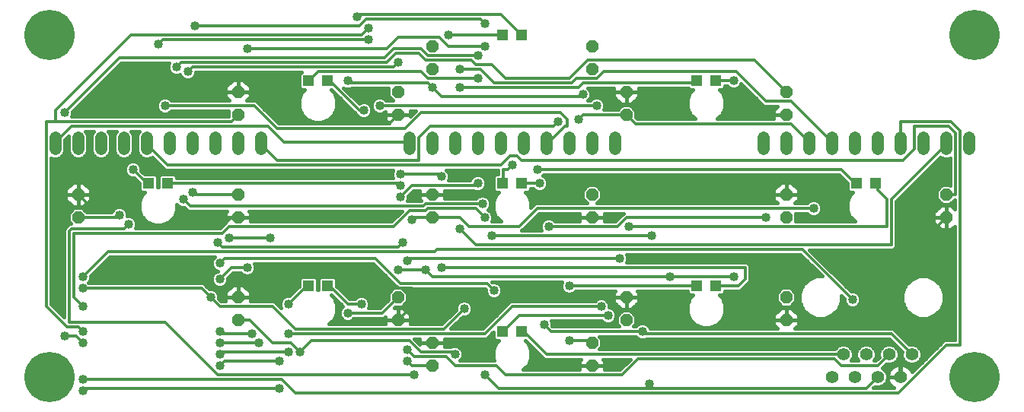
<source format=gbl>
G75*
%MOIN*%
%OFA0B0*%
%FSLAX24Y24*%
%IPPOS*%
%LPD*%
%AMOC8*
5,1,8,0,0,1.08239X$1,22.5*
%
%ADD10R,0.0472X0.0472*%
%ADD11C,0.0554*%
%ADD12OC8,0.0520*%
%ADD13C,0.0520*%
%ADD14C,0.0160*%
%ADD15C,0.0120*%
%ADD16C,0.0400*%
%ADD17C,0.2200*%
D10*
X012767Y005430D03*
X013593Y005430D03*
X021267Y003430D03*
X022093Y003430D03*
X029767Y005430D03*
X030593Y005430D03*
X036767Y009930D03*
X037593Y009930D03*
X030593Y014430D03*
X029767Y014430D03*
X022093Y016430D03*
X021267Y016430D03*
X013593Y014430D03*
X012767Y014430D03*
X006593Y009930D03*
X005767Y009930D03*
X021267Y009930D03*
X022093Y009930D03*
D11*
X036180Y002430D03*
X037180Y002430D03*
X038180Y002430D03*
X039180Y002430D03*
X038680Y001430D03*
X037680Y001430D03*
X036680Y001430D03*
X035680Y001430D03*
D12*
X033680Y003930D03*
X033680Y004930D03*
X026680Y004930D03*
X026680Y003930D03*
X025180Y002930D03*
X025180Y001930D03*
X018180Y001930D03*
X018180Y002930D03*
X016680Y003930D03*
X016680Y004930D03*
X009680Y004930D03*
X009680Y003930D03*
X009680Y008430D03*
X009680Y009430D03*
X002680Y009430D03*
X002680Y008430D03*
X009680Y012930D03*
X009680Y013930D03*
X016680Y013930D03*
X016680Y012930D03*
X018180Y014930D03*
X018180Y015930D03*
X025180Y015930D03*
X025180Y014930D03*
X026680Y013930D03*
X026680Y012930D03*
X033680Y012930D03*
X033680Y013930D03*
X033680Y009430D03*
X033680Y008430D03*
X040680Y008430D03*
X040680Y009430D03*
X025180Y009430D03*
X025180Y008430D03*
X018180Y008430D03*
X018180Y009430D03*
D13*
X018180Y011420D02*
X018180Y011940D01*
X017180Y011940D02*
X017180Y011420D01*
X019180Y011420D02*
X019180Y011940D01*
X020180Y011940D02*
X020180Y011420D01*
X021180Y011420D02*
X021180Y011940D01*
X022180Y011940D02*
X022180Y011420D01*
X023180Y011420D02*
X023180Y011940D01*
X024180Y011940D02*
X024180Y011420D01*
X025180Y011420D02*
X025180Y011940D01*
X026180Y011940D02*
X026180Y011420D01*
X032680Y011420D02*
X032680Y011940D01*
X033680Y011940D02*
X033680Y011420D01*
X034680Y011420D02*
X034680Y011940D01*
X035680Y011940D02*
X035680Y011420D01*
X036680Y011420D02*
X036680Y011940D01*
X037680Y011940D02*
X037680Y011420D01*
X038680Y011420D02*
X038680Y011940D01*
X039680Y011940D02*
X039680Y011420D01*
X040680Y011420D02*
X040680Y011940D01*
X041680Y011940D02*
X041680Y011420D01*
X010680Y011420D02*
X010680Y011940D01*
X009680Y011940D02*
X009680Y011420D01*
X008680Y011420D02*
X008680Y011940D01*
X007680Y011940D02*
X007680Y011420D01*
X006680Y011420D02*
X006680Y011940D01*
X005680Y011940D02*
X005680Y011420D01*
X004680Y011420D02*
X004680Y011940D01*
X003680Y011940D02*
X003680Y011420D01*
X002680Y011420D02*
X002680Y011940D01*
X001680Y011940D02*
X001680Y011420D01*
D14*
X001970Y011117D02*
X002390Y011117D01*
X002442Y011064D02*
X002324Y011182D01*
X002260Y011336D01*
X002260Y011999D01*
X002100Y011839D01*
X002100Y011336D01*
X002036Y011182D01*
X001918Y011064D01*
X001764Y011000D01*
X001596Y011000D01*
X001500Y011040D01*
X001500Y004621D01*
X002060Y004061D01*
X002060Y007921D01*
X002189Y008050D01*
X002289Y008150D01*
X002366Y008150D01*
X002260Y008256D01*
X002260Y008604D01*
X002506Y008850D01*
X002854Y008850D01*
X003054Y008650D01*
X004140Y008650D01*
X004175Y008734D01*
X004276Y008835D01*
X004408Y008890D01*
X004552Y008890D01*
X004684Y008835D01*
X004785Y008734D01*
X004840Y008602D01*
X004840Y008490D01*
X004952Y008490D01*
X005084Y008435D01*
X005185Y008334D01*
X005240Y008202D01*
X005240Y008058D01*
X005195Y007950D01*
X008889Y007950D01*
X009060Y008121D01*
X009143Y008204D01*
X009140Y008206D01*
X009140Y008430D01*
X009680Y008430D01*
X010220Y008430D01*
X010220Y008654D01*
X010164Y008710D01*
X016849Y008710D01*
X016389Y008250D01*
X010220Y008250D01*
X010220Y008430D01*
X009680Y008430D01*
X009680Y008430D01*
X009680Y008430D01*
X009140Y008430D01*
X009140Y008654D01*
X009196Y008710D01*
X007489Y008710D01*
X007360Y008839D01*
X007329Y008870D01*
X007208Y008870D01*
X007076Y008925D01*
X007011Y008990D01*
X007011Y008765D01*
X006885Y008459D01*
X006651Y008225D01*
X006345Y008099D01*
X006015Y008099D01*
X005709Y008225D01*
X005475Y008459D01*
X005349Y008765D01*
X005349Y009095D01*
X005475Y009401D01*
X005608Y009534D01*
X005464Y009534D01*
X005370Y009628D01*
X005370Y009928D01*
X005129Y010170D01*
X005008Y010170D01*
X004876Y010225D01*
X004775Y010326D01*
X004720Y010458D01*
X004720Y010602D01*
X004775Y010734D01*
X004876Y010835D01*
X005008Y010890D01*
X005152Y010890D01*
X005284Y010835D01*
X005385Y010734D01*
X005440Y010602D01*
X005440Y010481D01*
X005595Y010326D01*
X006069Y010326D01*
X006163Y010232D01*
X006163Y009761D01*
X006197Y009761D01*
X006197Y010232D01*
X006291Y010326D01*
X006896Y010326D01*
X006990Y010232D01*
X006990Y010150D01*
X016465Y010150D01*
X016420Y010258D01*
X016420Y010402D01*
X016465Y010510D01*
X006489Y010510D01*
X006360Y010639D01*
X005926Y011072D01*
X005918Y011064D01*
X005764Y011000D01*
X005596Y011000D01*
X005442Y011064D01*
X005324Y011182D01*
X005260Y011336D01*
X005260Y012024D01*
X005324Y012178D01*
X005356Y012210D01*
X005004Y012210D01*
X005036Y012178D01*
X005100Y012024D01*
X005100Y011336D01*
X005036Y011182D01*
X004918Y011064D01*
X004764Y011000D01*
X004596Y011000D01*
X004442Y011064D01*
X004324Y011182D01*
X004260Y011336D01*
X004260Y012024D01*
X004324Y012178D01*
X004356Y012210D01*
X004004Y012210D01*
X004036Y012178D01*
X004100Y012024D01*
X004100Y011336D01*
X004036Y011182D01*
X003918Y011064D01*
X003764Y011000D01*
X003596Y011000D01*
X003442Y011064D01*
X003324Y011182D01*
X003260Y011336D01*
X003260Y012024D01*
X003324Y012178D01*
X003356Y012210D01*
X003004Y012210D01*
X003036Y012178D01*
X003100Y012024D01*
X003100Y011336D01*
X003036Y011182D01*
X002918Y011064D01*
X002764Y011000D01*
X002596Y011000D01*
X002442Y011064D01*
X002970Y011117D02*
X003390Y011117D01*
X003285Y011275D02*
X003075Y011275D01*
X003100Y011434D02*
X003260Y011434D01*
X003260Y011592D02*
X003100Y011592D01*
X003100Y011751D02*
X003260Y011751D01*
X003260Y011909D02*
X003100Y011909D01*
X003082Y012068D02*
X003278Y012068D01*
X004082Y012068D02*
X004278Y012068D01*
X004260Y011909D02*
X004100Y011909D01*
X004100Y011751D02*
X004260Y011751D01*
X004260Y011592D02*
X004100Y011592D01*
X004100Y011434D02*
X004260Y011434D01*
X004285Y011275D02*
X004075Y011275D01*
X003970Y011117D02*
X004390Y011117D01*
X004970Y011117D02*
X005390Y011117D01*
X005285Y011275D02*
X005075Y011275D01*
X005100Y011434D02*
X005260Y011434D01*
X005260Y011592D02*
X005100Y011592D01*
X005100Y011751D02*
X005260Y011751D01*
X005260Y011909D02*
X005100Y011909D01*
X005082Y012068D02*
X005278Y012068D01*
X006276Y013025D02*
X006408Y012970D01*
X006552Y012970D01*
X006684Y013025D01*
X006769Y013110D01*
X009266Y013110D01*
X009260Y013104D01*
X009260Y012850D01*
X002395Y012850D01*
X002440Y012958D01*
X002440Y013079D01*
X004571Y015210D01*
X006665Y015210D01*
X006620Y015102D01*
X006620Y014958D01*
X006675Y014826D01*
X006776Y014725D01*
X006908Y014670D01*
X007052Y014670D01*
X007141Y014707D01*
X007175Y014626D01*
X007276Y014525D01*
X007408Y014470D01*
X007552Y014470D01*
X007684Y014525D01*
X007785Y014626D01*
X007840Y014758D01*
X007840Y014810D01*
X012448Y014810D01*
X012370Y014732D01*
X012370Y014128D01*
X010220Y014128D01*
X010220Y014154D02*
X009904Y014470D01*
X009680Y014470D01*
X009680Y013930D01*
X009680Y013930D01*
X010220Y013930D01*
X010220Y014154D01*
X010220Y013970D02*
X012544Y013970D01*
X012608Y014034D02*
X012464Y014034D01*
X012370Y014128D01*
X012370Y014287D02*
X010087Y014287D01*
X009929Y014445D02*
X012370Y014445D01*
X012370Y014604D02*
X007763Y014604D01*
X007840Y014762D02*
X012400Y014762D01*
X012608Y014034D02*
X012475Y013901D01*
X012349Y013595D01*
X012349Y013265D01*
X012475Y012959D01*
X012709Y012725D01*
X013015Y012599D01*
X013345Y012599D01*
X013651Y012725D01*
X013885Y012959D01*
X014011Y013265D01*
X014011Y013595D01*
X013885Y013901D01*
X013752Y014034D01*
X013765Y014034D01*
X014760Y013039D01*
X014889Y012910D01*
X014891Y012910D01*
X014976Y012825D01*
X015108Y012770D01*
X015252Y012770D01*
X015384Y012825D01*
X015485Y012926D01*
X015540Y013058D01*
X015540Y013202D01*
X015485Y013334D01*
X015384Y013435D01*
X015252Y013490D01*
X015108Y013490D01*
X014983Y013438D01*
X014311Y014110D01*
X014408Y014070D01*
X014552Y014070D01*
X014648Y014110D01*
X016266Y014110D01*
X016260Y014104D01*
X016260Y013756D01*
X016466Y013550D01*
X016169Y013550D01*
X016084Y013635D01*
X015952Y013690D01*
X015808Y013690D01*
X015676Y013635D01*
X015575Y013534D01*
X015520Y013402D01*
X015520Y013258D01*
X015575Y013126D01*
X015676Y013025D01*
X015808Y012970D01*
X015952Y012970D01*
X016084Y013025D01*
X016140Y013081D01*
X016140Y012930D01*
X016680Y012930D01*
X017220Y012930D01*
X017220Y013110D01*
X017449Y013110D01*
X017220Y012881D01*
X017220Y012930D01*
X016680Y012930D01*
X016680Y012930D01*
X016680Y012930D01*
X016140Y012930D01*
X016140Y012706D01*
X016296Y012550D01*
X011471Y012550D01*
X010471Y013550D01*
X010064Y013550D01*
X010220Y013706D01*
X010220Y013930D01*
X009680Y013930D01*
X009680Y013930D01*
X009680Y013930D01*
X009140Y013930D01*
X009140Y014154D01*
X009456Y014470D01*
X009680Y014470D01*
X009680Y013930D01*
X009140Y013930D01*
X009140Y013706D01*
X009296Y013550D01*
X006769Y013550D01*
X006684Y013635D01*
X006552Y013690D01*
X006408Y013690D01*
X006276Y013635D01*
X006175Y013534D01*
X006120Y013402D01*
X006120Y013258D01*
X006175Y013126D01*
X006276Y013025D01*
X006291Y013019D02*
X002440Y013019D01*
X002399Y012860D02*
X009260Y012860D01*
X009260Y013019D02*
X006669Y013019D01*
X006154Y013177D02*
X002538Y013177D01*
X002697Y013336D02*
X006120Y013336D01*
X006158Y013494D02*
X002855Y013494D01*
X003014Y013653D02*
X006318Y013653D01*
X006642Y013653D02*
X009194Y013653D01*
X009140Y013811D02*
X003172Y013811D01*
X003331Y013970D02*
X009140Y013970D01*
X009140Y014128D02*
X003489Y014128D01*
X003648Y014287D02*
X009273Y014287D01*
X009431Y014445D02*
X003806Y014445D01*
X003965Y014604D02*
X007197Y014604D01*
X006739Y014762D02*
X004123Y014762D01*
X004282Y014921D02*
X006636Y014921D01*
X006620Y015079D02*
X004440Y015079D01*
X009680Y014445D02*
X009680Y014445D01*
X009680Y014287D02*
X009680Y014287D01*
X009680Y014128D02*
X009680Y014128D01*
X009680Y013970D02*
X009680Y013970D01*
X010220Y013811D02*
X012438Y013811D01*
X012373Y013653D02*
X010166Y013653D01*
X010527Y013494D02*
X012349Y013494D01*
X012349Y013336D02*
X010686Y013336D01*
X010844Y013177D02*
X012385Y013177D01*
X012451Y013019D02*
X011003Y013019D01*
X011161Y012860D02*
X012575Y012860D01*
X012767Y012702D02*
X011320Y012702D01*
X013593Y012702D02*
X016145Y012702D01*
X016140Y012860D02*
X015419Y012860D01*
X015523Y013019D02*
X015691Y013019D01*
X015554Y013177D02*
X015540Y013177D01*
X015520Y013336D02*
X015484Y013336D01*
X015558Y013494D02*
X014927Y013494D01*
X014769Y013653D02*
X015718Y013653D01*
X016042Y013653D02*
X016364Y013653D01*
X016260Y013811D02*
X014610Y013811D01*
X014452Y013970D02*
X016260Y013970D01*
X014463Y013336D02*
X014011Y013336D01*
X014011Y013494D02*
X014305Y013494D01*
X014146Y013653D02*
X013987Y013653D01*
X013988Y013811D02*
X013922Y013811D01*
X013829Y013970D02*
X013816Y013970D01*
X013975Y013177D02*
X014622Y013177D01*
X014780Y013019D02*
X013909Y013019D01*
X013785Y012860D02*
X014941Y012860D01*
X016069Y013019D02*
X016140Y013019D01*
X017220Y013019D02*
X017357Y013019D01*
X016454Y010483D02*
X005440Y010483D01*
X005424Y010641D02*
X006358Y010641D01*
X006199Y010800D02*
X005320Y010800D01*
X004840Y010800D02*
X001500Y010800D01*
X001500Y010958D02*
X006041Y010958D01*
X004736Y010641D02*
X001500Y010641D01*
X001500Y010483D02*
X004720Y010483D01*
X004777Y010324D02*
X001500Y010324D01*
X001500Y010166D02*
X005133Y010166D01*
X005292Y010007D02*
X001500Y010007D01*
X001500Y009849D02*
X002335Y009849D01*
X002456Y009970D02*
X002140Y009654D01*
X002140Y009430D01*
X002680Y009430D01*
X003220Y009430D01*
X003220Y009654D01*
X002904Y009970D01*
X002680Y009970D01*
X002680Y009430D01*
X002680Y009430D01*
X002680Y009430D01*
X003220Y009430D01*
X003220Y009206D01*
X002904Y008890D01*
X002680Y008890D01*
X002680Y009430D01*
X002680Y009430D01*
X002680Y009430D01*
X002680Y009970D01*
X002456Y009970D01*
X002680Y009849D02*
X002680Y009849D01*
X002680Y009690D02*
X002680Y009690D01*
X002680Y009532D02*
X002680Y009532D01*
X002680Y009430D02*
X002140Y009430D01*
X002140Y009206D01*
X002456Y008890D01*
X002680Y008890D01*
X002680Y009430D01*
X002680Y009373D02*
X002680Y009373D01*
X002680Y009215D02*
X002680Y009215D01*
X002680Y009056D02*
X002680Y009056D01*
X002680Y008898D02*
X002680Y008898D01*
X002911Y008898D02*
X005349Y008898D01*
X005349Y009056D02*
X003070Y009056D01*
X003220Y009215D02*
X005398Y009215D01*
X005464Y009373D02*
X003220Y009373D01*
X003220Y009532D02*
X005606Y009532D01*
X005370Y009690D02*
X003184Y009690D01*
X003025Y009849D02*
X005370Y009849D01*
X006163Y009849D02*
X006197Y009849D01*
X006197Y010007D02*
X006163Y010007D01*
X006163Y010166D02*
X006197Y010166D01*
X006289Y010324D02*
X006071Y010324D01*
X006898Y010324D02*
X016420Y010324D01*
X016458Y010166D02*
X006990Y010166D01*
X007011Y008898D02*
X007142Y008898D01*
X007001Y008739D02*
X007460Y008739D01*
X006935Y008581D02*
X009140Y008581D01*
X009140Y008422D02*
X006847Y008422D01*
X006689Y008264D02*
X009140Y008264D01*
X009044Y008105D02*
X006360Y008105D01*
X006000Y008105D02*
X005240Y008105D01*
X005214Y008264D02*
X005671Y008264D01*
X005513Y008422D02*
X005097Y008422D01*
X004840Y008581D02*
X005425Y008581D01*
X005359Y008739D02*
X004780Y008739D01*
X004180Y008739D02*
X002965Y008739D01*
X002449Y008898D02*
X001500Y008898D01*
X001500Y009056D02*
X002290Y009056D01*
X002140Y009215D02*
X001500Y009215D01*
X001500Y009373D02*
X002140Y009373D01*
X002140Y009532D02*
X001500Y009532D01*
X001500Y009690D02*
X002176Y009690D01*
X002395Y008739D02*
X001500Y008739D01*
X001500Y008581D02*
X002260Y008581D01*
X002260Y008422D02*
X001500Y008422D01*
X001500Y008264D02*
X002260Y008264D01*
X002244Y008105D02*
X001500Y008105D01*
X001500Y007947D02*
X002085Y007947D01*
X002060Y007788D02*
X001500Y007788D01*
X001500Y007630D02*
X002060Y007630D01*
X002060Y007471D02*
X001500Y007471D01*
X001500Y007313D02*
X002060Y007313D01*
X002060Y007154D02*
X001500Y007154D01*
X001500Y006996D02*
X002060Y006996D01*
X002060Y006837D02*
X001500Y006837D01*
X001500Y006679D02*
X002060Y006679D01*
X002060Y006520D02*
X001500Y006520D01*
X001500Y006362D02*
X002060Y006362D01*
X002060Y006203D02*
X001500Y006203D01*
X001500Y006045D02*
X002060Y006045D01*
X002060Y005886D02*
X001500Y005886D01*
X001500Y005728D02*
X002060Y005728D01*
X002060Y005569D02*
X001500Y005569D01*
X001500Y005411D02*
X002060Y005411D01*
X002060Y005252D02*
X001500Y005252D01*
X001500Y005094D02*
X002060Y005094D01*
X002060Y004935D02*
X001500Y004935D01*
X001500Y004777D02*
X002060Y004777D01*
X002060Y004618D02*
X001503Y004618D01*
X001662Y004460D02*
X002060Y004460D01*
X002060Y004301D02*
X001820Y004301D01*
X001979Y004143D02*
X002060Y004143D01*
X003169Y005550D02*
X003139Y005580D01*
X003185Y005626D01*
X003240Y005758D01*
X003240Y005879D01*
X004071Y006710D01*
X008651Y006710D01*
X008575Y006634D01*
X008520Y006502D01*
X008520Y006358D01*
X008575Y006226D01*
X008676Y006125D01*
X008784Y006080D01*
X008676Y006035D01*
X008575Y005934D01*
X008520Y005802D01*
X008520Y005658D01*
X008575Y005526D01*
X008676Y005425D01*
X008808Y005370D01*
X008952Y005370D01*
X009084Y005425D01*
X009185Y005526D01*
X009240Y005658D01*
X009240Y005779D01*
X009471Y006010D01*
X009791Y006010D01*
X009876Y005925D01*
X010008Y005870D01*
X010152Y005870D01*
X010284Y005925D01*
X010385Y006026D01*
X010440Y006158D01*
X010440Y006302D01*
X010395Y006410D01*
X015589Y006410D01*
X016560Y005439D01*
X016649Y005350D01*
X016506Y005350D01*
X016260Y005104D01*
X016260Y004821D01*
X015889Y004450D01*
X015395Y004450D01*
X015440Y004558D01*
X015440Y004702D01*
X015385Y004834D01*
X015284Y004935D01*
X016260Y004935D01*
X016260Y005094D02*
X014328Y005094D01*
X014169Y005252D02*
X016408Y005252D01*
X016588Y005411D02*
X014011Y005411D01*
X013990Y005432D02*
X013990Y005732D01*
X013896Y005826D01*
X013291Y005826D01*
X013197Y005732D01*
X013197Y005261D01*
X013163Y005261D01*
X013163Y005732D01*
X013069Y005826D01*
X012464Y005826D01*
X012370Y005732D01*
X012370Y005432D01*
X011929Y004990D01*
X011808Y004990D01*
X011676Y004935D01*
X010220Y004935D01*
X010220Y004930D02*
X010220Y005154D01*
X009904Y005470D01*
X009680Y005470D01*
X009680Y004930D01*
X009680Y004930D01*
X010220Y004930D01*
X009680Y004930D01*
X009680Y004930D01*
X009680Y004930D01*
X009140Y004930D01*
X009140Y005154D01*
X009456Y005470D01*
X009680Y005470D01*
X009680Y004930D01*
X009140Y004930D01*
X009140Y004750D01*
X008971Y004750D01*
X008840Y004881D01*
X008840Y005002D01*
X008785Y005134D01*
X008684Y005235D01*
X008552Y005290D01*
X008431Y005290D01*
X008300Y005421D01*
X008171Y005550D01*
X003169Y005550D01*
X003150Y005569D02*
X008557Y005569D01*
X008520Y005728D02*
X003227Y005728D01*
X003247Y005886D02*
X008555Y005886D01*
X008699Y006045D02*
X003406Y006045D01*
X003564Y006203D02*
X008598Y006203D01*
X008520Y006362D02*
X003723Y006362D01*
X003881Y006520D02*
X008528Y006520D01*
X008619Y006679D02*
X004040Y006679D01*
X008311Y005411D02*
X008711Y005411D01*
X008643Y005252D02*
X009238Y005252D01*
X009140Y005094D02*
X008802Y005094D01*
X008840Y004935D02*
X009140Y004935D01*
X009140Y004777D02*
X008945Y004777D01*
X009680Y004935D02*
X009680Y004935D01*
X009680Y005094D02*
X009680Y005094D01*
X009680Y005252D02*
X009680Y005252D01*
X009680Y005411D02*
X009680Y005411D01*
X009963Y005411D02*
X012349Y005411D01*
X012370Y005569D02*
X009203Y005569D01*
X009240Y005728D02*
X012370Y005728D01*
X013163Y005728D02*
X013197Y005728D01*
X013197Y005569D02*
X013163Y005569D01*
X013163Y005411D02*
X013197Y005411D01*
X013752Y005034D02*
X013765Y005034D01*
X014260Y004539D01*
X014270Y004529D01*
X014175Y004434D01*
X014120Y004302D01*
X014120Y004158D01*
X014175Y004026D01*
X014276Y003925D01*
X014408Y003870D01*
X014552Y003870D01*
X014684Y003925D01*
X014769Y004010D01*
X016071Y004010D01*
X016140Y004079D01*
X016140Y003930D01*
X016680Y003930D01*
X016680Y003930D01*
X016680Y004470D01*
X016904Y004470D01*
X017220Y004154D01*
X017220Y003930D01*
X016680Y003930D01*
X016680Y003930D01*
X016680Y003930D01*
X016680Y004470D01*
X016531Y004470D01*
X016571Y004510D01*
X016854Y004510D01*
X017100Y004756D01*
X017100Y005104D01*
X016894Y005310D01*
X020489Y005310D01*
X020520Y005279D01*
X020520Y005158D01*
X020575Y005026D01*
X020676Y004925D01*
X020808Y004870D01*
X020952Y004870D01*
X021084Y004925D01*
X021185Y005026D01*
X021240Y005158D01*
X021240Y005302D01*
X021185Y005434D01*
X021084Y005535D01*
X020952Y005590D01*
X020831Y005590D01*
X020811Y005610D01*
X023865Y005610D01*
X023820Y005502D01*
X023820Y005358D01*
X023875Y005226D01*
X023976Y005125D01*
X024108Y005070D01*
X024252Y005070D01*
X024384Y005125D01*
X024469Y005210D01*
X026196Y005210D01*
X026140Y005154D01*
X026140Y004930D01*
X026680Y004930D01*
X027220Y004930D01*
X027220Y005154D01*
X027164Y005210D01*
X029370Y005210D01*
X029370Y005128D01*
X029464Y005034D01*
X029608Y005034D01*
X029475Y004901D01*
X029349Y004595D01*
X029349Y004265D01*
X029475Y003959D01*
X029709Y003725D01*
X030015Y003599D01*
X030345Y003599D01*
X030651Y003725D01*
X030885Y003959D01*
X031011Y004265D01*
X031011Y004595D01*
X030885Y004901D01*
X030752Y005034D01*
X030896Y005034D01*
X030990Y005128D01*
X030990Y005210D01*
X031671Y005210D01*
X031971Y005510D01*
X032100Y005639D01*
X032100Y006321D01*
X031971Y006450D01*
X026695Y006450D01*
X026740Y006558D01*
X026740Y006702D01*
X026695Y006810D01*
X034289Y006810D01*
X035249Y005850D01*
X034997Y005850D01*
X034659Y005710D01*
X034400Y005451D01*
X034260Y005113D01*
X034260Y004747D01*
X034400Y004409D01*
X034659Y004150D01*
X034997Y004010D01*
X035363Y004010D01*
X035701Y004150D01*
X035960Y004409D01*
X036100Y004747D01*
X036100Y004999D01*
X036220Y004879D01*
X036220Y004758D01*
X036275Y004626D01*
X036376Y004525D01*
X036508Y004470D01*
X036652Y004470D01*
X036784Y004525D01*
X036885Y004626D01*
X036940Y004758D01*
X036940Y004902D01*
X036885Y005034D01*
X036784Y005135D01*
X036652Y005190D01*
X036531Y005190D01*
X034711Y007010D01*
X038371Y007010D01*
X038500Y007139D01*
X038500Y009139D01*
X040434Y011072D01*
X040442Y011064D01*
X040596Y011000D01*
X040764Y011000D01*
X040860Y011040D01*
X040860Y009844D01*
X040854Y009850D01*
X040506Y009850D01*
X040260Y009604D01*
X040260Y009256D01*
X040506Y009010D01*
X040854Y009010D01*
X041054Y009210D01*
X041060Y009210D01*
X041060Y008814D01*
X040904Y008970D01*
X040680Y008970D01*
X040680Y008430D01*
X040680Y008430D01*
X040680Y007890D01*
X040904Y007890D01*
X041060Y008046D01*
X041060Y003050D01*
X040589Y003050D01*
X039192Y001653D01*
X039157Y001722D01*
X039105Y001793D01*
X039043Y001855D01*
X038972Y001907D01*
X038894Y001946D01*
X038810Y001973D01*
X038724Y001987D01*
X038689Y001987D01*
X038689Y001439D01*
X038671Y001439D01*
X038671Y001987D01*
X038636Y001987D01*
X038550Y001973D01*
X038466Y001946D01*
X038388Y001907D01*
X038317Y001855D01*
X038255Y001793D01*
X038203Y001722D01*
X038164Y001644D01*
X038137Y001560D01*
X038123Y001474D01*
X038123Y001439D01*
X038671Y001439D01*
X038671Y001421D01*
X038123Y001421D01*
X038123Y001386D01*
X038137Y001300D01*
X038164Y001216D01*
X038203Y001138D01*
X038255Y001067D01*
X038317Y001005D01*
X038388Y000953D01*
X038395Y000950D01*
X037511Y000950D01*
X037565Y001004D01*
X037593Y000993D01*
X037767Y000993D01*
X037928Y001059D01*
X038051Y001182D01*
X038117Y001343D01*
X038117Y001517D01*
X038051Y001678D01*
X037928Y001801D01*
X037881Y001820D01*
X038065Y002004D01*
X038093Y001993D01*
X038267Y001993D01*
X038428Y002059D01*
X038551Y002182D01*
X038617Y002343D01*
X038617Y002517D01*
X038551Y002678D01*
X038428Y002801D01*
X038267Y002867D01*
X038093Y002867D01*
X037932Y002801D01*
X037809Y002678D01*
X037743Y002517D01*
X037743Y002343D01*
X037754Y002315D01*
X037589Y002150D01*
X037518Y002150D01*
X037551Y002182D01*
X037617Y002343D01*
X037617Y002517D01*
X037551Y002678D01*
X037428Y002801D01*
X037267Y002867D01*
X037093Y002867D01*
X036932Y002801D01*
X036809Y002678D01*
X036743Y002517D01*
X036743Y002343D01*
X036809Y002182D01*
X036842Y002150D01*
X036518Y002150D01*
X036551Y002182D01*
X036617Y002343D01*
X036617Y002517D01*
X036551Y002678D01*
X036428Y002801D01*
X036267Y002867D01*
X036093Y002867D01*
X035932Y002801D01*
X035809Y002678D01*
X035798Y002650D01*
X025494Y002650D01*
X025600Y002756D01*
X025600Y003104D01*
X025494Y003210D01*
X027091Y003210D01*
X027176Y003125D01*
X027308Y003070D01*
X027452Y003070D01*
X027548Y003110D01*
X038189Y003110D01*
X038754Y002545D01*
X038743Y002517D01*
X038743Y002343D01*
X038809Y002182D01*
X038932Y002059D01*
X039093Y001993D01*
X039267Y001993D01*
X039428Y002059D01*
X039551Y002182D01*
X039617Y002343D01*
X039617Y002517D01*
X039551Y002678D01*
X039428Y002801D01*
X039267Y002867D01*
X039093Y002867D01*
X039065Y002856D01*
X038500Y003421D01*
X038371Y003550D01*
X034064Y003550D01*
X034220Y003706D01*
X034220Y003930D01*
X034220Y004154D01*
X033904Y004470D01*
X033680Y004470D01*
X033680Y003930D01*
X033680Y003930D01*
X034220Y003930D01*
X033680Y003930D01*
X033680Y003930D01*
X033680Y003930D01*
X033140Y003930D01*
X033140Y004154D01*
X033456Y004470D01*
X033680Y004470D01*
X033680Y003930D01*
X033140Y003930D01*
X033140Y003706D01*
X033296Y003550D01*
X027720Y003550D01*
X027685Y003634D01*
X027584Y003735D01*
X027452Y003790D01*
X027308Y003790D01*
X027176Y003735D01*
X027091Y003650D01*
X026994Y003650D01*
X027100Y003756D01*
X027100Y004104D01*
X026854Y004350D01*
X026506Y004350D01*
X026260Y004104D01*
X026260Y003756D01*
X026366Y003650D01*
X023471Y003650D01*
X023440Y003681D01*
X023440Y003802D01*
X023395Y003910D01*
X025591Y003910D01*
X025676Y003825D01*
X025808Y003770D01*
X025952Y003770D01*
X026084Y003825D01*
X026185Y003926D01*
X026240Y004058D01*
X026240Y004202D01*
X026185Y004334D01*
X026084Y004435D01*
X025952Y004490D01*
X025940Y004490D01*
X025940Y004602D01*
X025885Y004734D01*
X025784Y004835D01*
X025652Y004890D01*
X025508Y004890D01*
X025376Y004835D01*
X025291Y004750D01*
X021589Y004750D01*
X021460Y004621D01*
X020389Y003550D01*
X019011Y003550D01*
X019531Y004070D01*
X019652Y004070D01*
X019784Y004125D01*
X019885Y004226D01*
X019940Y004358D01*
X019940Y004502D01*
X019885Y004634D01*
X019784Y004735D01*
X019652Y004790D01*
X019508Y004790D01*
X019376Y004735D01*
X019275Y004634D01*
X019220Y004502D01*
X019220Y004381D01*
X018589Y003750D01*
X017220Y003750D01*
X017220Y003930D01*
X016680Y003930D01*
X016140Y003930D01*
X016140Y003750D01*
X013675Y003750D01*
X013885Y003959D01*
X014011Y004265D01*
X014011Y004595D01*
X013885Y004901D01*
X013752Y005034D01*
X013850Y004935D02*
X013864Y004935D01*
X013936Y004777D02*
X014022Y004777D01*
X014002Y004618D02*
X014181Y004618D01*
X014200Y004460D02*
X014011Y004460D01*
X014011Y004301D02*
X014120Y004301D01*
X014127Y004143D02*
X013961Y004143D01*
X013895Y003984D02*
X014217Y003984D01*
X013751Y003826D02*
X016140Y003826D01*
X016140Y003984D02*
X014743Y003984D01*
X015399Y004460D02*
X015898Y004460D01*
X016057Y004618D02*
X015440Y004618D01*
X015409Y004777D02*
X016215Y004777D01*
X016680Y004460D02*
X016680Y004460D01*
X016680Y004301D02*
X016680Y004301D01*
X016680Y004143D02*
X016680Y004143D01*
X016680Y003984D02*
X016680Y003984D01*
X017220Y003984D02*
X018823Y003984D01*
X018981Y004143D02*
X017220Y004143D01*
X017073Y004301D02*
X019140Y004301D01*
X019220Y004460D02*
X016914Y004460D01*
X016962Y004618D02*
X019268Y004618D01*
X019476Y004777D02*
X017100Y004777D01*
X017100Y004935D02*
X020666Y004935D01*
X020547Y005094D02*
X017100Y005094D01*
X016952Y005252D02*
X020520Y005252D01*
X021195Y005411D02*
X023820Y005411D01*
X023848Y005569D02*
X021002Y005569D01*
X021240Y005252D02*
X023864Y005252D01*
X024052Y005094D02*
X021213Y005094D01*
X021094Y004935D02*
X026140Y004935D01*
X026140Y004930D02*
X026140Y004706D01*
X026456Y004390D01*
X026680Y004390D01*
X026904Y004390D01*
X027220Y004706D01*
X027220Y004930D01*
X026680Y004930D01*
X026680Y004930D01*
X026680Y004390D01*
X026680Y004930D01*
X026680Y004930D01*
X026680Y004930D01*
X026140Y004930D01*
X026140Y004777D02*
X025843Y004777D01*
X025933Y004618D02*
X026228Y004618D01*
X026387Y004460D02*
X026025Y004460D01*
X026199Y004301D02*
X026457Y004301D01*
X026299Y004143D02*
X026240Y004143D01*
X026260Y003984D02*
X026209Y003984D01*
X026260Y003826D02*
X026085Y003826D01*
X026349Y003667D02*
X023454Y003667D01*
X023430Y003826D02*
X025675Y003826D01*
X026680Y004460D02*
X026680Y004460D01*
X026680Y004618D02*
X026680Y004618D01*
X026680Y004777D02*
X026680Y004777D01*
X027132Y004618D02*
X029358Y004618D01*
X029349Y004460D02*
X026973Y004460D01*
X026903Y004301D02*
X029349Y004301D01*
X029399Y004143D02*
X027061Y004143D01*
X027100Y003984D02*
X029465Y003984D01*
X029609Y003826D02*
X027100Y003826D01*
X027108Y003667D02*
X027011Y003667D01*
X027652Y003667D02*
X029850Y003667D01*
X030510Y003667D02*
X033179Y003667D01*
X033140Y003826D02*
X030751Y003826D01*
X030895Y003984D02*
X033140Y003984D01*
X033140Y004143D02*
X030961Y004143D01*
X031011Y004301D02*
X033287Y004301D01*
X033446Y004460D02*
X031011Y004460D01*
X031002Y004618D02*
X033398Y004618D01*
X033506Y004510D02*
X033854Y004510D01*
X034100Y004756D01*
X034100Y005104D01*
X033854Y005350D01*
X033506Y005350D01*
X033260Y005104D01*
X033260Y004756D01*
X033506Y004510D01*
X033680Y004460D02*
X033680Y004460D01*
X033680Y004301D02*
X033680Y004301D01*
X033680Y004143D02*
X033680Y004143D01*
X033680Y003984D02*
X033680Y003984D01*
X034220Y003984D02*
X041060Y003984D01*
X041060Y003826D02*
X034220Y003826D01*
X034181Y003667D02*
X041060Y003667D01*
X041060Y003509D02*
X038413Y003509D01*
X038571Y003350D02*
X041060Y003350D01*
X041060Y003192D02*
X038730Y003192D01*
X038888Y003033D02*
X040572Y003033D01*
X040413Y002875D02*
X039047Y002875D01*
X039512Y002716D02*
X040255Y002716D01*
X040096Y002558D02*
X039600Y002558D01*
X039617Y002399D02*
X039938Y002399D01*
X039779Y002241D02*
X039575Y002241D01*
X039621Y002082D02*
X039450Y002082D01*
X039462Y001924D02*
X038939Y001924D01*
X038910Y002082D02*
X038450Y002082D01*
X038421Y001924D02*
X037985Y001924D01*
X037963Y001765D02*
X038235Y001765D01*
X038152Y001607D02*
X038080Y001607D01*
X038117Y001448D02*
X038123Y001448D01*
X038140Y001290D02*
X038095Y001290D01*
X037999Y001131D02*
X038209Y001131D01*
X038362Y000973D02*
X037534Y000973D01*
X038671Y001448D02*
X038689Y001448D01*
X038689Y001607D02*
X038671Y001607D01*
X038671Y001765D02*
X038689Y001765D01*
X038689Y001924D02*
X038671Y001924D01*
X039125Y001765D02*
X039304Y001765D01*
X038785Y002241D02*
X038575Y002241D01*
X038617Y002399D02*
X038743Y002399D01*
X038741Y002558D02*
X038600Y002558D01*
X038583Y002716D02*
X038512Y002716D01*
X038424Y002875D02*
X025600Y002875D01*
X025600Y003033D02*
X038266Y003033D01*
X037848Y002716D02*
X037512Y002716D01*
X037600Y002558D02*
X037760Y002558D01*
X037743Y002399D02*
X037617Y002399D01*
X037575Y002241D02*
X037679Y002241D01*
X036785Y002241D02*
X036575Y002241D01*
X036617Y002399D02*
X036743Y002399D01*
X036760Y002558D02*
X036600Y002558D01*
X036512Y002716D02*
X036848Y002716D01*
X035848Y002716D02*
X025560Y002716D01*
X025512Y003192D02*
X027109Y003192D01*
X026849Y002210D02*
X025664Y002210D01*
X025720Y002154D01*
X025720Y001930D01*
X025180Y001930D01*
X025180Y001930D01*
X025720Y001930D01*
X025720Y001750D01*
X026389Y001750D01*
X026849Y002210D01*
X026721Y002082D02*
X025720Y002082D01*
X025720Y001924D02*
X026562Y001924D01*
X026404Y001765D02*
X025720Y001765D01*
X025180Y001930D02*
X024640Y001930D01*
X025180Y001930D01*
X025180Y001930D01*
X024640Y001930D02*
X024640Y002154D01*
X024696Y002210D01*
X023089Y002210D01*
X022960Y002339D01*
X022265Y003034D01*
X022252Y003034D01*
X022385Y002901D01*
X022511Y002595D01*
X022511Y002265D01*
X022385Y001959D01*
X022175Y001750D01*
X024640Y001750D01*
X024640Y001930D01*
X024640Y001924D02*
X022349Y001924D01*
X022436Y002082D02*
X024640Y002082D01*
X024640Y001765D02*
X022190Y001765D01*
X022501Y002241D02*
X023058Y002241D01*
X022900Y002399D02*
X022511Y002399D01*
X022511Y002558D02*
X022741Y002558D01*
X022583Y002716D02*
X022461Y002716D01*
X022424Y002875D02*
X022396Y002875D01*
X022266Y003033D02*
X022252Y003033D01*
X021108Y003034D02*
X020975Y002901D01*
X020849Y002595D01*
X020849Y002265D01*
X020896Y002150D01*
X019409Y002150D01*
X019485Y002226D01*
X019540Y002358D01*
X019540Y002502D01*
X019485Y002634D01*
X019384Y002735D01*
X019252Y002790D01*
X019108Y002790D01*
X019012Y002750D01*
X018720Y002750D01*
X018720Y002930D01*
X018720Y003110D01*
X020571Y003110D01*
X020870Y003409D01*
X020870Y003128D01*
X020964Y003034D01*
X021108Y003034D01*
X021108Y003033D02*
X018720Y003033D01*
X018720Y002930D02*
X018180Y002930D01*
X018180Y002930D01*
X018720Y002930D01*
X018720Y002875D02*
X020964Y002875D01*
X020899Y002716D02*
X019403Y002716D01*
X019517Y002558D02*
X020849Y002558D01*
X020849Y002399D02*
X019540Y002399D01*
X019491Y002241D02*
X020859Y002241D01*
X020870Y003192D02*
X020653Y003192D01*
X020811Y003350D02*
X020870Y003350D01*
X020506Y003667D02*
X019128Y003667D01*
X019287Y003826D02*
X020664Y003826D01*
X020823Y003984D02*
X019445Y003984D01*
X019802Y004143D02*
X020981Y004143D01*
X021140Y004301D02*
X019916Y004301D01*
X019940Y004460D02*
X021298Y004460D01*
X021457Y004618D02*
X019892Y004618D01*
X019684Y004777D02*
X025317Y004777D01*
X026140Y005094D02*
X024308Y005094D01*
X027220Y005094D02*
X029404Y005094D01*
X029510Y004935D02*
X027220Y004935D01*
X027220Y004777D02*
X029424Y004777D01*
X030850Y004935D02*
X033260Y004935D01*
X033260Y004777D02*
X030936Y004777D01*
X030956Y005094D02*
X033260Y005094D01*
X033408Y005252D02*
X031713Y005252D01*
X031872Y005411D02*
X034383Y005411D01*
X034318Y005252D02*
X033952Y005252D01*
X034100Y005094D02*
X034260Y005094D01*
X034260Y004935D02*
X034100Y004935D01*
X034100Y004777D02*
X034260Y004777D01*
X034313Y004618D02*
X033962Y004618D01*
X033914Y004460D02*
X034379Y004460D01*
X034508Y004301D02*
X034073Y004301D01*
X034220Y004143D02*
X034677Y004143D01*
X035683Y004143D02*
X039177Y004143D01*
X039159Y004150D02*
X039497Y004010D01*
X039863Y004010D01*
X040201Y004150D01*
X040460Y004409D01*
X040600Y004747D01*
X040600Y005113D01*
X040460Y005451D01*
X040201Y005710D01*
X039863Y005850D01*
X039497Y005850D01*
X039159Y005710D01*
X038900Y005451D01*
X038760Y005113D01*
X038760Y004747D01*
X038900Y004409D01*
X039159Y004150D01*
X039008Y004301D02*
X035852Y004301D01*
X035981Y004460D02*
X038879Y004460D01*
X038813Y004618D02*
X036877Y004618D01*
X036940Y004777D02*
X038760Y004777D01*
X038760Y004935D02*
X036926Y004935D01*
X036826Y005094D02*
X038760Y005094D01*
X038818Y005252D02*
X036469Y005252D01*
X036311Y005411D02*
X038883Y005411D01*
X039018Y005569D02*
X036152Y005569D01*
X035994Y005728D02*
X039201Y005728D01*
X040159Y005728D02*
X041060Y005728D01*
X041060Y005886D02*
X035835Y005886D01*
X035677Y006045D02*
X041060Y006045D01*
X041060Y006203D02*
X035518Y006203D01*
X035360Y006362D02*
X041060Y006362D01*
X041060Y006520D02*
X035201Y006520D01*
X035043Y006679D02*
X041060Y006679D01*
X041060Y006837D02*
X034884Y006837D01*
X034726Y006996D02*
X041060Y006996D01*
X041060Y007154D02*
X038500Y007154D01*
X038500Y007313D02*
X041060Y007313D01*
X041060Y007471D02*
X038500Y007471D01*
X038500Y007630D02*
X041060Y007630D01*
X041060Y007788D02*
X038500Y007788D01*
X038500Y007947D02*
X040400Y007947D01*
X040456Y007890D02*
X040680Y007890D01*
X040680Y008430D01*
X040680Y008430D01*
X040680Y008430D01*
X040140Y008430D01*
X040140Y008654D01*
X040456Y008970D01*
X040680Y008970D01*
X040680Y008430D01*
X040140Y008430D01*
X040140Y008206D01*
X040456Y007890D01*
X040680Y007947D02*
X040680Y007947D01*
X040680Y008105D02*
X040680Y008105D01*
X040680Y008264D02*
X040680Y008264D01*
X040680Y008422D02*
X040680Y008422D01*
X040680Y008581D02*
X040680Y008581D01*
X040680Y008739D02*
X040680Y008739D01*
X040680Y008898D02*
X040680Y008898D01*
X040900Y009056D02*
X041060Y009056D01*
X041060Y008898D02*
X040976Y008898D01*
X040460Y009056D02*
X038500Y009056D01*
X038500Y008898D02*
X040384Y008898D01*
X040225Y008739D02*
X038500Y008739D01*
X038500Y008581D02*
X040140Y008581D01*
X040140Y008422D02*
X038500Y008422D01*
X038500Y008264D02*
X040140Y008264D01*
X040241Y008105D02*
X038500Y008105D01*
X036685Y008250D02*
X034094Y008250D01*
X034100Y008256D01*
X034100Y008604D01*
X034094Y008610D01*
X034591Y008610D01*
X034676Y008525D01*
X034808Y008470D01*
X034952Y008470D01*
X035084Y008525D01*
X035185Y008626D01*
X035240Y008758D01*
X035240Y008902D01*
X035185Y009034D01*
X035084Y009135D01*
X034952Y009190D01*
X034808Y009190D01*
X034676Y009135D01*
X034591Y009050D01*
X034064Y009050D01*
X034220Y009206D01*
X034220Y009430D01*
X034220Y009654D01*
X033904Y009970D01*
X033680Y009970D01*
X033680Y009430D01*
X033680Y009430D01*
X034220Y009430D01*
X033680Y009430D01*
X033680Y009430D01*
X033680Y009430D01*
X033140Y009430D01*
X033140Y009654D01*
X033456Y009970D01*
X033680Y009970D01*
X033680Y009430D01*
X033140Y009430D01*
X033140Y009206D01*
X033296Y009050D01*
X025394Y009050D01*
X025600Y009256D01*
X025600Y009604D01*
X025354Y009850D01*
X025006Y009850D01*
X024760Y009604D01*
X024760Y009256D01*
X024966Y009050D01*
X022689Y009050D01*
X022511Y008872D01*
X022511Y009095D01*
X022385Y009401D01*
X022252Y009534D01*
X022396Y009534D01*
X022490Y009628D01*
X022490Y009710D01*
X022591Y009710D01*
X022676Y009625D01*
X022808Y009570D01*
X022952Y009570D01*
X023084Y009625D01*
X023185Y009726D01*
X023240Y009858D01*
X023240Y010002D01*
X023185Y010134D01*
X023084Y010235D01*
X023021Y010261D01*
X023069Y010310D01*
X035989Y010310D01*
X036370Y009928D01*
X036370Y009628D01*
X036464Y009534D01*
X036608Y009534D01*
X036475Y009401D01*
X036349Y009095D01*
X036349Y008765D01*
X036475Y008459D01*
X036685Y008250D01*
X036671Y008264D02*
X034100Y008264D01*
X034100Y008422D02*
X036513Y008422D01*
X036425Y008581D02*
X035140Y008581D01*
X035232Y008739D02*
X036359Y008739D01*
X036349Y008898D02*
X035240Y008898D01*
X035163Y009056D02*
X036349Y009056D01*
X036398Y009215D02*
X034220Y009215D01*
X034220Y009373D02*
X036464Y009373D01*
X036606Y009532D02*
X034220Y009532D01*
X034184Y009690D02*
X036370Y009690D01*
X036370Y009849D02*
X034025Y009849D01*
X033680Y009849D02*
X033680Y009849D01*
X033680Y009690D02*
X033680Y009690D01*
X033680Y009532D02*
X033680Y009532D01*
X033176Y009690D02*
X025514Y009690D01*
X025600Y009532D02*
X033140Y009532D01*
X033140Y009373D02*
X025600Y009373D01*
X025558Y009215D02*
X033140Y009215D01*
X033290Y009056D02*
X025400Y009056D01*
X024960Y009056D02*
X022511Y009056D01*
X022511Y008898D02*
X022536Y008898D01*
X022842Y008581D02*
X024640Y008581D01*
X024640Y008610D02*
X024640Y008430D01*
X025180Y008430D01*
X025720Y008430D01*
X025720Y008610D01*
X026549Y008610D01*
X026460Y008521D01*
X026189Y008250D01*
X025720Y008250D01*
X025720Y008430D01*
X025180Y008430D01*
X025180Y008430D01*
X025180Y008430D01*
X024640Y008430D01*
X024640Y008250D01*
X023569Y008250D01*
X023484Y008335D01*
X023352Y008390D01*
X023208Y008390D01*
X023076Y008335D01*
X022975Y008234D01*
X022920Y008102D01*
X022920Y007958D01*
X022965Y007850D01*
X022111Y007850D01*
X022200Y007939D01*
X022871Y008610D01*
X024640Y008610D01*
X024640Y008422D02*
X022683Y008422D01*
X022525Y008264D02*
X023004Y008264D01*
X022921Y008105D02*
X022366Y008105D01*
X022208Y007947D02*
X022925Y007947D01*
X023556Y008264D02*
X024640Y008264D01*
X025720Y008264D02*
X026202Y008264D01*
X026361Y008422D02*
X025720Y008422D01*
X025720Y008581D02*
X026519Y008581D01*
X024802Y009215D02*
X022462Y009215D01*
X022396Y009373D02*
X024760Y009373D01*
X024760Y009532D02*
X022254Y009532D01*
X022490Y009690D02*
X022611Y009690D01*
X023149Y009690D02*
X024846Y009690D01*
X025005Y009849D02*
X023236Y009849D01*
X023238Y010007D02*
X036292Y010007D01*
X036133Y010166D02*
X023154Y010166D01*
X021060Y010326D02*
X020964Y010326D01*
X020870Y010232D01*
X020870Y009628D01*
X020964Y009534D01*
X021108Y009534D01*
X020975Y009401D01*
X020849Y009095D01*
X020849Y008765D01*
X020975Y008459D01*
X021185Y008250D01*
X020795Y008250D01*
X020840Y008358D01*
X020840Y008502D01*
X020785Y008634D01*
X020684Y008735D01*
X020621Y008761D01*
X020685Y008826D01*
X020740Y008958D01*
X020740Y009102D01*
X020685Y009234D01*
X020584Y009335D01*
X020452Y009390D01*
X020308Y009390D01*
X020176Y009335D01*
X020091Y009250D01*
X018720Y009250D01*
X018720Y009430D01*
X018720Y009610D01*
X020012Y009610D01*
X020108Y009570D01*
X020252Y009570D01*
X020384Y009625D01*
X020485Y009726D01*
X020540Y009858D01*
X020540Y010002D01*
X020485Y010134D01*
X020384Y010235D01*
X020252Y010290D01*
X020108Y010290D01*
X019976Y010235D01*
X019875Y010134D01*
X019840Y010050D01*
X018895Y010050D01*
X018940Y010158D01*
X018940Y010302D01*
X018885Y010434D01*
X018809Y010510D01*
X021060Y010510D01*
X021060Y010326D01*
X020962Y010324D02*
X018931Y010324D01*
X018940Y010166D02*
X019906Y010166D01*
X020454Y010166D02*
X020870Y010166D01*
X020870Y010007D02*
X020538Y010007D01*
X020536Y009849D02*
X020870Y009849D01*
X020870Y009690D02*
X020449Y009690D01*
X021106Y009532D02*
X018720Y009532D01*
X018720Y009430D02*
X018180Y009430D01*
X018180Y009430D01*
X018180Y009430D01*
X017640Y009430D01*
X017640Y009610D01*
X017371Y009610D01*
X017140Y009379D01*
X017140Y009258D01*
X017095Y009150D01*
X017689Y009150D01*
X017693Y009154D01*
X017640Y009206D01*
X017640Y009430D01*
X018180Y009430D01*
X018720Y009430D01*
X018720Y009373D02*
X020267Y009373D01*
X020493Y009373D02*
X020964Y009373D01*
X020898Y009215D02*
X020693Y009215D01*
X020740Y009056D02*
X020849Y009056D01*
X020849Y008898D02*
X020715Y008898D01*
X020675Y008739D02*
X020859Y008739D01*
X020807Y008581D02*
X020925Y008581D01*
X020840Y008422D02*
X021013Y008422D01*
X021171Y008264D02*
X020801Y008264D01*
X017640Y009215D02*
X017122Y009215D01*
X017140Y009373D02*
X017640Y009373D01*
X017640Y009532D02*
X017293Y009532D01*
X016719Y008581D02*
X010220Y008581D01*
X010220Y008422D02*
X016561Y008422D01*
X016402Y008264D02*
X010220Y008264D01*
X010415Y006362D02*
X015637Y006362D01*
X015796Y006203D02*
X010440Y006203D01*
X010393Y006045D02*
X015954Y006045D01*
X016113Y005886D02*
X010190Y005886D01*
X009970Y005886D02*
X009347Y005886D01*
X009397Y005411D02*
X009049Y005411D01*
X010122Y005252D02*
X012191Y005252D01*
X012032Y005094D02*
X010220Y005094D01*
X010220Y004930D02*
X010220Y004750D01*
X011271Y004750D01*
X011400Y004621D01*
X011560Y004461D01*
X011520Y004558D01*
X011520Y004702D01*
X011575Y004834D01*
X011676Y004935D01*
X011551Y004777D02*
X010220Y004777D01*
X011403Y004618D02*
X011520Y004618D01*
X013990Y005432D02*
X014571Y004850D01*
X014791Y004850D01*
X014876Y004935D01*
X014486Y004935D01*
X014876Y004935D02*
X015008Y004990D01*
X015152Y004990D01*
X015284Y004935D01*
X016430Y005569D02*
X013990Y005569D01*
X013990Y005728D02*
X016271Y005728D01*
X017220Y003826D02*
X018664Y003826D01*
X017640Y003110D02*
X017640Y002930D01*
X018180Y002930D01*
X018180Y002930D01*
X017640Y002930D01*
X017640Y002881D01*
X017411Y003110D01*
X017640Y003110D01*
X017640Y003033D02*
X017488Y003033D01*
X026724Y006520D02*
X034579Y006520D01*
X034737Y006362D02*
X032060Y006362D01*
X032100Y006203D02*
X034896Y006203D01*
X035054Y006045D02*
X032100Y006045D01*
X032100Y005886D02*
X035213Y005886D01*
X034701Y005728D02*
X032100Y005728D01*
X032030Y005569D02*
X034518Y005569D01*
X036100Y004935D02*
X036164Y004935D01*
X036220Y004777D02*
X036100Y004777D01*
X036047Y004618D02*
X036283Y004618D01*
X040183Y004143D02*
X041060Y004143D01*
X041060Y004301D02*
X040352Y004301D01*
X040481Y004460D02*
X041060Y004460D01*
X041060Y004618D02*
X040547Y004618D01*
X040600Y004777D02*
X041060Y004777D01*
X041060Y004935D02*
X040600Y004935D01*
X040600Y005094D02*
X041060Y005094D01*
X041060Y005252D02*
X040542Y005252D01*
X040477Y005411D02*
X041060Y005411D01*
X041060Y005569D02*
X040342Y005569D01*
X040960Y007947D02*
X041060Y007947D01*
X040302Y009215D02*
X038576Y009215D01*
X038734Y009373D02*
X040260Y009373D01*
X040260Y009532D02*
X038893Y009532D01*
X039051Y009690D02*
X040346Y009690D01*
X040505Y009849D02*
X039210Y009849D01*
X039368Y010007D02*
X040860Y010007D01*
X040855Y009849D02*
X040860Y009849D01*
X040860Y010166D02*
X039527Y010166D01*
X039685Y010324D02*
X040860Y010324D01*
X040860Y010483D02*
X039844Y010483D01*
X040002Y010641D02*
X040860Y010641D01*
X040860Y010800D02*
X040161Y010800D01*
X040319Y010958D02*
X040860Y010958D01*
X034597Y009056D02*
X034070Y009056D01*
X034100Y008581D02*
X034620Y008581D01*
X033335Y009849D02*
X025355Y009849D01*
X021060Y010483D02*
X018837Y010483D01*
X025695Y013150D02*
X025740Y013258D01*
X025740Y013402D01*
X025685Y013534D01*
X025584Y013635D01*
X025452Y013690D01*
X025308Y013690D01*
X025176Y013635D01*
X025091Y013550D01*
X025009Y013550D01*
X025085Y013626D01*
X025140Y013758D01*
X025140Y013902D01*
X025085Y014034D01*
X025009Y014110D01*
X026140Y014110D01*
X026140Y013930D01*
X026680Y013930D01*
X027220Y013930D01*
X027220Y014110D01*
X029388Y014110D01*
X029464Y014034D01*
X029608Y014034D01*
X029475Y013901D01*
X029349Y013595D01*
X029349Y013265D01*
X029475Y012959D01*
X029685Y012750D01*
X027171Y012750D01*
X027100Y012821D01*
X027100Y013104D01*
X026854Y013350D01*
X026506Y013350D01*
X026306Y013150D01*
X025695Y013150D01*
X025706Y013177D02*
X026333Y013177D01*
X026492Y013336D02*
X025740Y013336D01*
X025702Y013494D02*
X026352Y013494D01*
X026456Y013390D02*
X026140Y013706D01*
X026140Y013930D01*
X026680Y013930D01*
X026680Y013930D01*
X027220Y013930D01*
X027220Y013706D01*
X026904Y013390D01*
X026680Y013390D01*
X026680Y013930D01*
X026680Y013930D01*
X026680Y013930D01*
X026680Y013390D01*
X026456Y013390D01*
X026680Y013494D02*
X026680Y013494D01*
X026680Y013653D02*
X026680Y013653D01*
X026680Y013811D02*
X026680Y013811D01*
X027166Y013653D02*
X029373Y013653D01*
X029349Y013494D02*
X027008Y013494D01*
X026868Y013336D02*
X029349Y013336D01*
X029385Y013177D02*
X027027Y013177D01*
X027100Y013019D02*
X029451Y013019D01*
X029575Y012860D02*
X027100Y012860D01*
X026194Y013653D02*
X025542Y013653D01*
X025218Y013653D02*
X025096Y013653D01*
X025140Y013811D02*
X026140Y013811D01*
X026140Y013970D02*
X025112Y013970D01*
X027220Y013970D02*
X029544Y013970D01*
X029438Y013811D02*
X027220Y013811D01*
X030752Y014034D02*
X030896Y014034D01*
X030990Y014128D01*
X031173Y014128D01*
X031176Y014125D02*
X031308Y014070D01*
X031452Y014070D01*
X031584Y014125D01*
X031685Y014226D01*
X031711Y014288D01*
X032689Y013310D01*
X033296Y013310D01*
X033140Y013154D01*
X033140Y012930D01*
X033680Y012930D01*
X033680Y012930D01*
X033140Y012930D01*
X033140Y012750D01*
X030675Y012750D01*
X030885Y012959D01*
X031011Y013265D01*
X031011Y013595D01*
X030885Y013901D01*
X030752Y014034D01*
X030816Y013970D02*
X032029Y013970D01*
X031871Y014128D02*
X031587Y014128D01*
X031710Y014287D02*
X031712Y014287D01*
X031176Y014125D02*
X031091Y014210D01*
X030990Y014210D01*
X030990Y014128D01*
X030922Y013811D02*
X032188Y013811D01*
X032346Y013653D02*
X030987Y013653D01*
X031011Y013494D02*
X032505Y013494D01*
X032663Y013336D02*
X031011Y013336D01*
X030975Y013177D02*
X033163Y013177D01*
X033140Y013019D02*
X030909Y013019D01*
X030785Y012860D02*
X033140Y012860D01*
X034420Y006679D02*
X026740Y006679D01*
X002285Y011275D02*
X002075Y011275D01*
X002100Y011434D02*
X002260Y011434D01*
X002260Y011592D02*
X002100Y011592D01*
X002100Y011751D02*
X002260Y011751D01*
X002260Y011909D02*
X002170Y011909D01*
D15*
X001680Y011730D02*
X001680Y011680D01*
X001680Y011730D02*
X002380Y012430D01*
X010980Y012430D01*
X011680Y011730D01*
X017180Y011730D01*
X017180Y011680D01*
X017580Y011930D02*
X017580Y010930D01*
X011380Y010930D01*
X010680Y011630D01*
X010680Y011680D01*
X011380Y012330D02*
X016980Y012330D01*
X017680Y013030D01*
X023780Y013030D01*
X024080Y012730D01*
X024080Y012430D01*
X023980Y012430D01*
X023280Y011730D01*
X023180Y011730D01*
X023180Y011680D01*
X022080Y010930D02*
X021880Y011130D01*
X021580Y011130D01*
X021180Y010730D01*
X006580Y010730D01*
X005680Y011630D01*
X005680Y011680D01*
X005080Y010530D02*
X005680Y009930D01*
X005767Y009930D01*
X006593Y009930D02*
X016680Y009930D01*
X016780Y009830D01*
X016780Y009330D02*
X017280Y009830D01*
X020080Y009830D01*
X020180Y009930D01*
X021267Y009930D02*
X021280Y009930D01*
X021280Y010530D01*
X021480Y010530D01*
X021680Y010730D01*
X022080Y010930D02*
X038780Y010930D01*
X039280Y011430D01*
X039280Y012430D01*
X040780Y012430D01*
X041080Y012130D01*
X041080Y009430D01*
X040680Y009430D01*
X040680Y008430D02*
X036180Y003930D01*
X033680Y003930D01*
X036580Y004830D02*
X034380Y007030D01*
X018380Y007030D01*
X018280Y006930D01*
X003980Y006930D01*
X002880Y005830D01*
X002880Y005330D02*
X008080Y005330D01*
X008480Y004930D01*
X008880Y004530D01*
X011180Y004530D01*
X012180Y003530D01*
X018680Y003530D01*
X019580Y004430D01*
X018780Y004830D02*
X025380Y004830D01*
X025480Y004930D01*
X026680Y004930D01*
X025580Y004530D02*
X021680Y004530D01*
X020480Y003330D01*
X011880Y003330D01*
X011980Y002930D02*
X011180Y002930D01*
X010180Y003930D01*
X009680Y003930D01*
X008980Y003330D02*
X008880Y003430D01*
X008980Y003330D02*
X010280Y003330D01*
X010580Y002930D02*
X008880Y002930D01*
X008980Y002530D02*
X011880Y002530D01*
X011980Y002930D02*
X012380Y002530D01*
X012880Y003030D01*
X017180Y003030D01*
X017680Y002530D01*
X019080Y002530D01*
X019180Y002430D01*
X018780Y002330D02*
X019180Y001930D01*
X020980Y001930D01*
X021380Y001530D01*
X026480Y001530D01*
X027180Y002230D01*
X035780Y002230D01*
X036080Y001930D01*
X037680Y001930D01*
X038180Y002430D01*
X038280Y003330D02*
X039180Y002430D01*
X040680Y002830D02*
X038580Y000730D01*
X012180Y000730D01*
X011580Y001330D01*
X002880Y001330D01*
X002980Y000930D02*
X011480Y000930D01*
X011480Y002130D02*
X009080Y002130D01*
X008880Y001930D01*
X008780Y001530D02*
X017380Y001530D01*
X017280Y001930D02*
X018180Y001930D01*
X017280Y001930D02*
X017080Y002130D01*
X017380Y002330D02*
X018780Y002330D01*
X017380Y002330D02*
X017080Y002630D01*
X016680Y003930D02*
X017280Y004530D01*
X017880Y003930D01*
X018780Y004830D01*
X017280Y004530D02*
X017280Y005330D01*
X014380Y005330D01*
X013480Y006230D01*
X011480Y006230D01*
X010180Y004930D01*
X009680Y004930D01*
X008980Y004930D01*
X008480Y005430D01*
X008880Y005730D02*
X009380Y006230D01*
X010080Y006230D01*
X009080Y006630D02*
X015680Y006630D01*
X016780Y005530D01*
X020580Y005530D01*
X020880Y005230D01*
X021980Y004130D02*
X025880Y004130D01*
X027380Y003430D02*
X027480Y003330D01*
X038280Y003330D01*
X036180Y002430D02*
X023180Y002430D01*
X022180Y003430D01*
X022093Y003430D01*
X021980Y004130D02*
X021280Y003430D01*
X021267Y003430D01*
X023080Y003730D02*
X023380Y003430D01*
X027380Y003430D01*
X025180Y002930D02*
X025080Y003030D01*
X024180Y003030D01*
X021080Y000930D02*
X020480Y001530D01*
X021080Y000930D02*
X027680Y000930D01*
X027680Y001130D01*
X027680Y000930D02*
X037180Y000930D01*
X037680Y001430D01*
X040680Y002830D02*
X041280Y002830D01*
X041280Y012230D01*
X040880Y012630D01*
X038680Y012630D01*
X038680Y011680D01*
X040680Y011630D02*
X040680Y011680D01*
X040680Y011630D02*
X038280Y009230D01*
X038280Y007230D01*
X020080Y007230D01*
X019380Y007930D01*
X019780Y008030D02*
X019380Y008430D01*
X018180Y008430D01*
X017380Y008430D01*
X017280Y008330D01*
X017180Y008730D02*
X016480Y008030D01*
X009280Y008030D01*
X008980Y007730D01*
X002480Y007730D01*
X002480Y004930D01*
X002880Y004530D01*
X002280Y003830D02*
X006480Y003830D01*
X008780Y001530D01*
X008880Y002430D02*
X008980Y002530D01*
X011880Y004630D02*
X012680Y005430D01*
X012767Y005430D01*
X013593Y005430D02*
X013680Y005430D01*
X014480Y004630D01*
X015080Y004630D01*
X014480Y004230D02*
X015980Y004230D01*
X016680Y004930D01*
X017880Y006130D02*
X018180Y005830D01*
X028580Y005830D01*
X031380Y005830D01*
X031580Y005430D02*
X031880Y005730D01*
X031880Y006230D01*
X018580Y006230D01*
X017880Y006130D02*
X016680Y006130D01*
X017080Y006530D02*
X017180Y006630D01*
X026380Y006630D01*
X027780Y007630D02*
X020780Y007630D01*
X019780Y008030D02*
X021980Y008030D01*
X022780Y008830D01*
X034880Y008830D01*
X032780Y008430D02*
X026680Y008430D01*
X026280Y008030D01*
X023280Y008030D01*
X020480Y008430D02*
X020080Y008830D01*
X017980Y008830D01*
X017880Y008730D01*
X017180Y008730D01*
X017780Y008930D02*
X017880Y009030D01*
X020380Y009030D01*
X022093Y009930D02*
X022880Y009930D01*
X022780Y010530D02*
X036080Y010530D01*
X036680Y009930D01*
X036767Y009930D01*
X037593Y009930D02*
X037680Y009930D01*
X037680Y009630D01*
X038080Y009230D01*
X038080Y008030D01*
X026780Y008030D01*
X024180Y005430D02*
X029767Y005430D01*
X030593Y005430D02*
X031580Y005430D01*
X018580Y010230D02*
X018480Y010330D01*
X016780Y010330D01*
X017780Y008930D02*
X007580Y008930D01*
X007280Y009230D01*
X007680Y009530D02*
X007780Y009430D01*
X009680Y009430D01*
X009680Y008430D02*
X009380Y008430D01*
X008980Y008030D01*
X005880Y008030D01*
X004980Y008930D01*
X003180Y008930D01*
X002680Y009430D01*
X002680Y008430D02*
X004380Y008430D01*
X004480Y008530D01*
X004880Y008130D02*
X004680Y007930D01*
X002380Y007930D01*
X002280Y007830D01*
X002280Y003830D01*
X002180Y003630D02*
X001280Y004530D01*
X001280Y012630D01*
X001680Y012630D01*
X001680Y013130D01*
X004980Y016430D01*
X015080Y016430D01*
X015380Y016730D01*
X015280Y017130D02*
X014980Y016830D01*
X007780Y016830D01*
X006380Y016230D02*
X015380Y016230D01*
X016180Y015830D02*
X016680Y016330D01*
X018480Y016330D01*
X018880Y015930D01*
X020480Y015930D01*
X021267Y016430D02*
X018880Y016430D01*
X017980Y015530D02*
X017680Y015830D01*
X016480Y015830D01*
X016080Y015430D01*
X004480Y015430D01*
X002080Y013030D01*
X001680Y012630D02*
X009380Y012630D01*
X009680Y012930D01*
X010380Y013330D02*
X011380Y012330D01*
X011480Y012530D02*
X010080Y013930D01*
X009680Y013930D01*
X010380Y013330D02*
X006480Y013330D01*
X007480Y014830D02*
X007680Y015030D01*
X016480Y015030D01*
X016680Y015230D01*
X016580Y015630D02*
X016180Y015230D01*
X007180Y015230D01*
X006980Y015030D01*
X006180Y016030D02*
X006380Y016230D01*
X010080Y015830D02*
X016180Y015830D01*
X016580Y015630D02*
X017580Y015630D01*
X017880Y015330D01*
X019880Y015330D01*
X020080Y015130D01*
X020780Y015130D01*
X021380Y014530D01*
X024180Y014530D01*
X024980Y015330D01*
X032280Y015330D01*
X033680Y013930D01*
X033880Y013530D02*
X032780Y013530D01*
X031480Y014830D01*
X025680Y014830D01*
X025380Y014530D01*
X024480Y014530D01*
X024280Y014330D01*
X020880Y014330D01*
X020280Y014930D01*
X019380Y014930D01*
X020180Y014530D02*
X017980Y014530D01*
X017680Y014830D01*
X013180Y014830D01*
X012780Y014430D01*
X012767Y014430D01*
X013593Y014430D02*
X013680Y014430D01*
X014980Y013130D01*
X015180Y013130D01*
X015880Y013330D02*
X025380Y013330D01*
X024780Y012930D02*
X026680Y012930D01*
X027080Y012530D01*
X033880Y012530D01*
X034680Y011730D01*
X034680Y011680D01*
X035680Y011680D02*
X035680Y011730D01*
X033880Y013530D01*
X031380Y014430D02*
X030593Y014430D01*
X029767Y014430D02*
X029680Y014430D01*
X029580Y014330D01*
X024780Y014330D01*
X024580Y014130D01*
X019380Y014130D01*
X018580Y013730D02*
X018180Y014130D01*
X017980Y014330D01*
X014580Y014330D01*
X014480Y014430D01*
X016280Y012530D02*
X016680Y012930D01*
X016280Y012530D02*
X011480Y012530D01*
X017580Y011930D02*
X018080Y012430D01*
X023480Y012430D01*
X023680Y012630D01*
X024580Y012730D02*
X024780Y012930D01*
X024680Y013730D02*
X018580Y013730D01*
X017980Y015530D02*
X020180Y015530D01*
X021180Y017330D02*
X022080Y016430D01*
X022093Y016430D01*
X020480Y016930D02*
X020280Y017130D01*
X015280Y017130D01*
X014980Y017330D02*
X014880Y017230D01*
X014980Y017330D02*
X021180Y017330D01*
X024680Y013730D02*
X024780Y013830D01*
X011080Y007530D02*
X009280Y007530D01*
X008980Y007130D02*
X008780Y007330D01*
X008980Y007130D02*
X016680Y007130D01*
X016880Y007330D01*
X009080Y006630D02*
X008880Y006430D01*
X002880Y003430D02*
X002680Y003630D01*
X002180Y003630D01*
X002080Y003230D02*
X002580Y003230D01*
X002880Y002930D01*
X002980Y000930D02*
X002880Y000830D01*
D16*
X002880Y000830D03*
X002880Y001330D03*
X002880Y002930D03*
X002080Y003230D03*
X002880Y003430D03*
X002880Y004530D03*
X002880Y005330D03*
X002880Y005830D03*
X004880Y008130D03*
X004480Y008530D03*
X007280Y009230D03*
X007680Y009530D03*
X005080Y010530D03*
X002080Y013030D03*
X006480Y013330D03*
X007480Y014830D03*
X006980Y015030D03*
X006180Y016030D03*
X007780Y016830D03*
X010080Y015830D03*
X014480Y014430D03*
X016680Y015230D03*
X015380Y016230D03*
X015380Y016730D03*
X014880Y017230D03*
X018880Y016430D03*
X020480Y015930D03*
X020180Y015530D03*
X019380Y014930D03*
X020180Y014530D03*
X019380Y014130D03*
X018180Y014130D03*
X015880Y013330D03*
X015180Y013130D03*
X021680Y010730D03*
X022780Y010530D03*
X022880Y009930D03*
X020380Y009030D03*
X020480Y008430D03*
X019380Y007930D03*
X020780Y007630D03*
X023280Y008030D03*
X026380Y006630D03*
X027780Y007630D03*
X026780Y008030D03*
X028580Y005830D03*
X031380Y005830D03*
X036580Y004830D03*
X032780Y008430D03*
X034880Y008830D03*
X025580Y004530D03*
X025880Y004130D03*
X027380Y003430D03*
X024180Y003030D03*
X023080Y003730D03*
X019580Y004430D03*
X017880Y003930D03*
X015080Y004630D03*
X014480Y004230D03*
X011880Y004630D03*
X011880Y003330D03*
X010580Y002930D03*
X010280Y003330D03*
X008880Y003430D03*
X008880Y002930D03*
X008880Y002430D03*
X008880Y001930D03*
X011480Y002130D03*
X011880Y002530D03*
X012380Y002530D03*
X011480Y000930D03*
X017080Y002130D03*
X017080Y002630D03*
X019180Y002430D03*
X020480Y001530D03*
X017380Y001530D03*
X020880Y005230D03*
X018580Y006230D03*
X017880Y006130D03*
X017080Y006530D03*
X016680Y006130D03*
X016880Y007330D03*
X017280Y008330D03*
X016780Y009330D03*
X016780Y009830D03*
X016780Y010330D03*
X018580Y010230D03*
X020180Y009930D03*
X023680Y012630D03*
X024580Y012730D03*
X025380Y013330D03*
X024780Y013830D03*
X031380Y014430D03*
X020480Y016930D03*
X011080Y007530D03*
X009280Y007530D03*
X008780Y007330D03*
X008880Y006430D03*
X010080Y006230D03*
X008880Y005730D03*
X008480Y005430D03*
X008480Y004930D03*
X011480Y006230D03*
X024180Y005430D03*
X027680Y001130D03*
D17*
X041930Y001430D03*
X041930Y016430D03*
X001430Y016430D03*
X001430Y001430D03*
M02*

</source>
